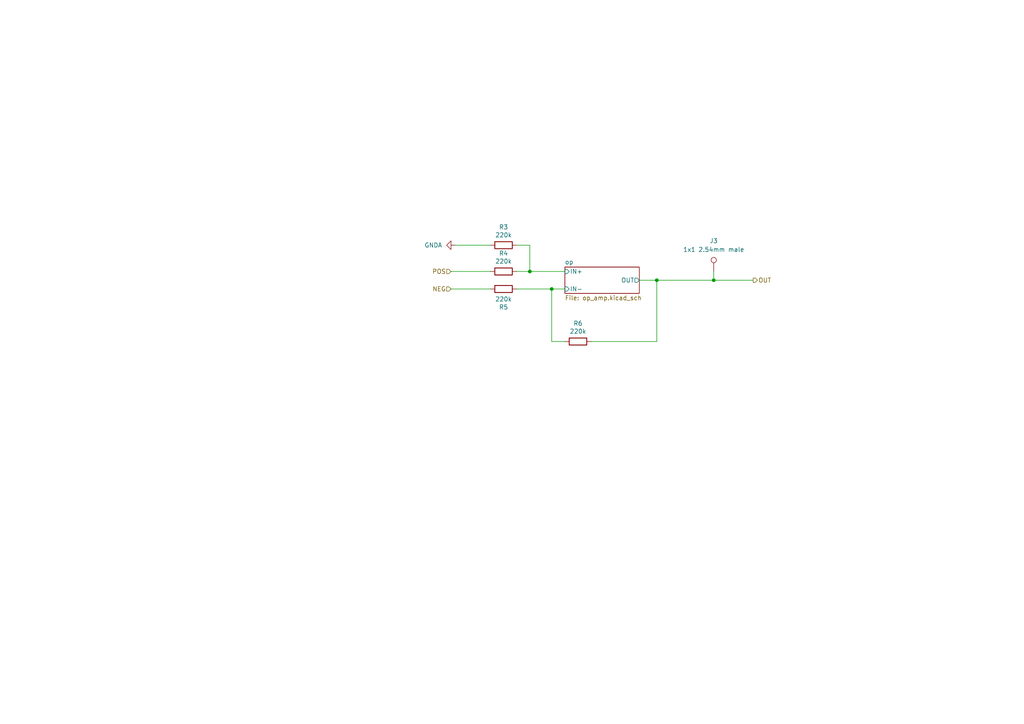
<source format=kicad_sch>
(kicad_sch (version 20211123) (generator eeschema)
  (paper "A4")
  (lib_symbols
    (symbol "Connector:TestPoint" (pin_numbers hide) (pin_names (offset 0.762) hide)
      (property "Reference" "TP" (at 0 6.858 0))
      (property "Value" "TestPoint" (at 0 5.08 0))
      (symbol "TestPoint_0_1"
        (circle (center 0 3.302) (radius 0.762))
      )
      (symbol "TestPoint_1_1"
        (pin passive line (at 0 0 90) (length 2.54) (name "1") (number "1"))
      )
    )
    (symbol "Device:R" (pin_numbers hide) (pin_names (offset 0))
      (property "Reference" "R" (at 2.032 0 90))
      (property "Value" "R" (at 0 0 90))
      (symbol "R_0_1"
        (rectangle (start -1.016 -2.54) (end 1.016 2.54) (stroke (width 0.254)))
      )
      (symbol "R_1_1"
        (pin passive line (at 0 3.81 270) (length 1.27) (name "~") (number "1"))
        (pin passive line (at 0 -3.81 90) (length 1.27) (name "~") (number "2"))
      )
    )
    (symbol "power:GNDA" (power) (pin_names (offset 0))
      (property "Value" "GNDA" (at 0 -3.81 0))
      (symbol "GNDA_0_1"
        (polyline (pts (xy 0 0) (xy 0 -1.27) (xy 1.27 -1.27) (xy 0 -2.54) (xy -1.27 -1.27) (xy 0 -1.27)))
      )
      (symbol "GNDA_1_1"
        (pin power_in line (at 0 0 270) (length 0) hide (name "GNDA") (number "1"))
      )
    )
  )
  (junction (at 153.67 78.74))
  (junction (at 190.5 81.28))
  (junction (at 207.01 81.28))
  (junction (at 160.02 83.82))
  (wire (pts (xy 160.02 83.82) (xy 160.02 99.06)))
  (wire (pts (xy 153.67 78.74) (xy 149.86 78.74)))
  (wire (pts (xy 149.86 71.12) (xy 153.67 71.12)))
  (wire (pts (xy 190.5 81.28) (xy 207.01 81.28)))
  (wire (pts (xy 130.81 78.74) (xy 142.24 78.74)))
  (wire (pts (xy 160.02 99.06) (xy 163.83 99.06)))
  (wire (pts (xy 185.42 81.28) (xy 190.5 81.28)))
  (wire (pts (xy 149.86 83.82) (xy 160.02 83.82)))
  (wire (pts (xy 207.01 81.28) (xy 207.01 78.74)))
  (wire (pts (xy 153.67 78.74) (xy 163.83 78.74)))
  (wire (pts (xy 190.5 99.06) (xy 190.5 81.28)))
  (wire (pts (xy 132.08 71.12) (xy 142.24 71.12)))
  (wire (pts (xy 160.02 83.82) (xy 163.83 83.82)))
  (wire (pts (xy 171.45 99.06) (xy 190.5 99.06)))
  (wire (pts (xy 153.67 71.12) (xy 153.67 78.74)))
  (wire (pts (xy 207.01 81.28) (xy 218.44 81.28)))
  (wire (pts (xy 130.81 83.82) (xy 142.24 83.82)))
  (hierarchical_label "NEG" (shape input) (at 130.81 83.82 180))
  (hierarchical_label "POS" (shape input) (at 130.81 78.74 180))
  (hierarchical_label "OUT" (shape output) (at 218.44 81.28 0))
  (symbol (lib_id "Connector:TestPoint") (at 207.01 78.74 0) (unit 1)
    (property "Reference" "J3" (at 207.01 69.85 0))
    (property "Value" "1x1 2.54mm male" (at 207.01 72.39 0))
    (property "Footprint" "Connector_PinHeader_2.54mm:PinHeader_1x01_P2.54mm_Vertical" (effects hide))
  )
  (symbol (lib_id "power:GNDA") (at 132.08 71.12 270) (unit 1)
    (property "Reference" "#PWR07" (effects hide))
    (property "Value" "GNDA" (at 128.27 71.1199 90) (effects (justify right)))
  )
  (symbol (lib_id "Device:R") (at 146.05 83.82 270) (mirror x) (unit 1)
    (property "Reference" "R5" (at 146.05 89.0778 90))
    (property "Value" "220k" (at 146.05 86.7664 90))
    (property "Footprint" "For_Rasterboard:R_Axial_DIN0207_L6.3mm_D2.5mm_P7.62mm_Horizontal" (effects hide))
  )
  (symbol (lib_id "Device:R") (at 167.64 99.06 270) (unit 1)
    (property "Reference" "R6" (at 167.64 93.8022 90))
    (property "Value" "220k" (at 167.64 96.1136 90))
    (property "Footprint" "For_Rasterboard:R_Axial_DIN0207_L6.3mm_D2.5mm_Pinf_Horizontal" (effects hide))
  )
  (symbol (lib_id "Device:R") (at 146.05 71.12 90) (mirror x) (unit 1)
    (property "Reference" "R3" (at 146.05 65.8622 90))
    (property "Value" "220k" (at 146.05 68.1736 90))
    (property "Footprint" "For_Rasterboard:R_Axial_DIN0207_L6.3mm_D2.5mm_Pinf_Horizontal" (effects hide))
  )
  (symbol (lib_id "Device:R") (at 146.05 78.74 90) (mirror x) (unit 1)
    (property "Reference" "R4" (at 146.05 73.4822 90))
    (property "Value" "220k" (at 146.05 75.7936 90))
    (property "Footprint" "For_Rasterboard:R_Axial_DIN0207_L6.3mm_D2.5mm_P7.62mm_Horizontal" (effects hide))
  )
  (sheet (at 163.83 77.47) (size 21.59 7.62) (stroke (width 0.1524))
    (property "Sheet name" "op" (at 163.83 76.7584 0) (effects (justify left bottom)))
    (property "Sheet file" "op_amp.kicad_sch" (at 163.83 85.6746 0) (effects (justify left top)))
    (pin "OUT" output (at 185.42 81.28 0))
    (pin "IN+" input (at 163.83 78.74 180))
    (pin "IN-" input (at 163.83 83.82 180))
  )
)
</source>
